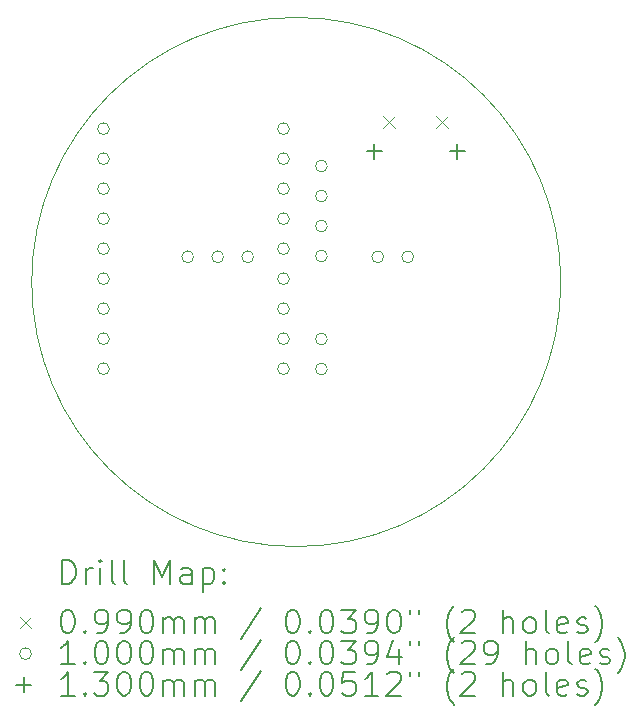
<source format=gbr>
%TF.GenerationSoftware,KiCad,Pcbnew,8.0.6*%
%TF.CreationDate,2024-11-23T11:55:01+01:00*%
%TF.ProjectId,ChristmasTreeBrain,43687269-7374-46d6-9173-547265654272,rev?*%
%TF.SameCoordinates,Original*%
%TF.FileFunction,Drillmap*%
%TF.FilePolarity,Positive*%
%FSLAX45Y45*%
G04 Gerber Fmt 4.5, Leading zero omitted, Abs format (unit mm)*
G04 Created by KiCad (PCBNEW 8.0.6) date 2024-11-23 11:55:01*
%MOMM*%
%LPD*%
G01*
G04 APERTURE LIST*
%ADD10C,0.050000*%
%ADD11C,0.200000*%
%ADD12C,0.100000*%
%ADD13C,0.130000*%
G04 APERTURE END LIST*
D10*
X22246500Y-5921000D02*
G75*
G02*
X17766500Y-5921000I-2240000J0D01*
G01*
X17766500Y-5921000D02*
G75*
G02*
X22246500Y-5921000I2240000J0D01*
G01*
D11*
D12*
X20743500Y-4516500D02*
X20842500Y-4615500D01*
X20842500Y-4516500D02*
X20743500Y-4615500D01*
X21193500Y-4516500D02*
X21292500Y-4615500D01*
X21292500Y-4516500D02*
X21193500Y-4615500D01*
X18424000Y-4624000D02*
G75*
G02*
X18324000Y-4624000I-50000J0D01*
G01*
X18324000Y-4624000D02*
G75*
G02*
X18424000Y-4624000I50000J0D01*
G01*
X18424000Y-4878000D02*
G75*
G02*
X18324000Y-4878000I-50000J0D01*
G01*
X18324000Y-4878000D02*
G75*
G02*
X18424000Y-4878000I50000J0D01*
G01*
X18424000Y-5132000D02*
G75*
G02*
X18324000Y-5132000I-50000J0D01*
G01*
X18324000Y-5132000D02*
G75*
G02*
X18424000Y-5132000I50000J0D01*
G01*
X18424000Y-5386000D02*
G75*
G02*
X18324000Y-5386000I-50000J0D01*
G01*
X18324000Y-5386000D02*
G75*
G02*
X18424000Y-5386000I50000J0D01*
G01*
X18424000Y-5640000D02*
G75*
G02*
X18324000Y-5640000I-50000J0D01*
G01*
X18324000Y-5640000D02*
G75*
G02*
X18424000Y-5640000I50000J0D01*
G01*
X18424000Y-5894000D02*
G75*
G02*
X18324000Y-5894000I-50000J0D01*
G01*
X18324000Y-5894000D02*
G75*
G02*
X18424000Y-5894000I50000J0D01*
G01*
X18424000Y-6148000D02*
G75*
G02*
X18324000Y-6148000I-50000J0D01*
G01*
X18324000Y-6148000D02*
G75*
G02*
X18424000Y-6148000I50000J0D01*
G01*
X18424000Y-6402000D02*
G75*
G02*
X18324000Y-6402000I-50000J0D01*
G01*
X18324000Y-6402000D02*
G75*
G02*
X18424000Y-6402000I50000J0D01*
G01*
X18424000Y-6656000D02*
G75*
G02*
X18324000Y-6656000I-50000J0D01*
G01*
X18324000Y-6656000D02*
G75*
G02*
X18424000Y-6656000I50000J0D01*
G01*
X19137000Y-5708000D02*
G75*
G02*
X19037000Y-5708000I-50000J0D01*
G01*
X19037000Y-5708000D02*
G75*
G02*
X19137000Y-5708000I50000J0D01*
G01*
X19391000Y-5708000D02*
G75*
G02*
X19291000Y-5708000I-50000J0D01*
G01*
X19291000Y-5708000D02*
G75*
G02*
X19391000Y-5708000I50000J0D01*
G01*
X19645000Y-5708000D02*
G75*
G02*
X19545000Y-5708000I-50000J0D01*
G01*
X19545000Y-5708000D02*
G75*
G02*
X19645000Y-5708000I50000J0D01*
G01*
X19948000Y-4624000D02*
G75*
G02*
X19848000Y-4624000I-50000J0D01*
G01*
X19848000Y-4624000D02*
G75*
G02*
X19948000Y-4624000I50000J0D01*
G01*
X19948000Y-4878000D02*
G75*
G02*
X19848000Y-4878000I-50000J0D01*
G01*
X19848000Y-4878000D02*
G75*
G02*
X19948000Y-4878000I50000J0D01*
G01*
X19948000Y-5132000D02*
G75*
G02*
X19848000Y-5132000I-50000J0D01*
G01*
X19848000Y-5132000D02*
G75*
G02*
X19948000Y-5132000I50000J0D01*
G01*
X19948000Y-5386000D02*
G75*
G02*
X19848000Y-5386000I-50000J0D01*
G01*
X19848000Y-5386000D02*
G75*
G02*
X19948000Y-5386000I50000J0D01*
G01*
X19948000Y-5640000D02*
G75*
G02*
X19848000Y-5640000I-50000J0D01*
G01*
X19848000Y-5640000D02*
G75*
G02*
X19948000Y-5640000I50000J0D01*
G01*
X19948000Y-5894000D02*
G75*
G02*
X19848000Y-5894000I-50000J0D01*
G01*
X19848000Y-5894000D02*
G75*
G02*
X19948000Y-5894000I50000J0D01*
G01*
X19948000Y-6148000D02*
G75*
G02*
X19848000Y-6148000I-50000J0D01*
G01*
X19848000Y-6148000D02*
G75*
G02*
X19948000Y-6148000I50000J0D01*
G01*
X19948000Y-6402000D02*
G75*
G02*
X19848000Y-6402000I-50000J0D01*
G01*
X19848000Y-6402000D02*
G75*
G02*
X19948000Y-6402000I50000J0D01*
G01*
X19948000Y-6656000D02*
G75*
G02*
X19848000Y-6656000I-50000J0D01*
G01*
X19848000Y-6656000D02*
G75*
G02*
X19948000Y-6656000I50000J0D01*
G01*
X20268769Y-4939231D02*
G75*
G02*
X20168769Y-4939231I-50000J0D01*
G01*
X20168769Y-4939231D02*
G75*
G02*
X20268769Y-4939231I50000J0D01*
G01*
X20268769Y-5193231D02*
G75*
G02*
X20168769Y-5193231I-50000J0D01*
G01*
X20168769Y-5193231D02*
G75*
G02*
X20268769Y-5193231I50000J0D01*
G01*
X20268769Y-5447231D02*
G75*
G02*
X20168769Y-5447231I-50000J0D01*
G01*
X20168769Y-5447231D02*
G75*
G02*
X20268769Y-5447231I50000J0D01*
G01*
X20268769Y-5701231D02*
G75*
G02*
X20168769Y-5701231I-50000J0D01*
G01*
X20168769Y-5701231D02*
G75*
G02*
X20268769Y-5701231I50000J0D01*
G01*
X20268769Y-6404231D02*
G75*
G02*
X20168769Y-6404231I-50000J0D01*
G01*
X20168769Y-6404231D02*
G75*
G02*
X20268769Y-6404231I50000J0D01*
G01*
X20268769Y-6658231D02*
G75*
G02*
X20168769Y-6658231I-50000J0D01*
G01*
X20168769Y-6658231D02*
G75*
G02*
X20268769Y-6658231I50000J0D01*
G01*
X20746500Y-5708000D02*
G75*
G02*
X20646500Y-5708000I-50000J0D01*
G01*
X20646500Y-5708000D02*
G75*
G02*
X20746500Y-5708000I50000J0D01*
G01*
X21000500Y-5708000D02*
G75*
G02*
X20900500Y-5708000I-50000J0D01*
G01*
X20900500Y-5708000D02*
G75*
G02*
X21000500Y-5708000I50000J0D01*
G01*
D13*
X20668000Y-4750000D02*
X20668000Y-4880000D01*
X20603000Y-4815000D02*
X20733000Y-4815000D01*
X21369000Y-4750000D02*
X21369000Y-4880000D01*
X21304000Y-4815000D02*
X21434000Y-4815000D01*
D11*
X18024777Y-8474984D02*
X18024777Y-8274984D01*
X18024777Y-8274984D02*
X18072396Y-8274984D01*
X18072396Y-8274984D02*
X18100967Y-8284508D01*
X18100967Y-8284508D02*
X18120015Y-8303555D01*
X18120015Y-8303555D02*
X18129539Y-8322603D01*
X18129539Y-8322603D02*
X18139063Y-8360698D01*
X18139063Y-8360698D02*
X18139063Y-8389270D01*
X18139063Y-8389270D02*
X18129539Y-8427365D01*
X18129539Y-8427365D02*
X18120015Y-8446412D01*
X18120015Y-8446412D02*
X18100967Y-8465460D01*
X18100967Y-8465460D02*
X18072396Y-8474984D01*
X18072396Y-8474984D02*
X18024777Y-8474984D01*
X18224777Y-8474984D02*
X18224777Y-8341650D01*
X18224777Y-8379746D02*
X18234301Y-8360698D01*
X18234301Y-8360698D02*
X18243824Y-8351174D01*
X18243824Y-8351174D02*
X18262872Y-8341650D01*
X18262872Y-8341650D02*
X18281920Y-8341650D01*
X18348586Y-8474984D02*
X18348586Y-8341650D01*
X18348586Y-8274984D02*
X18339063Y-8284508D01*
X18339063Y-8284508D02*
X18348586Y-8294031D01*
X18348586Y-8294031D02*
X18358110Y-8284508D01*
X18358110Y-8284508D02*
X18348586Y-8274984D01*
X18348586Y-8274984D02*
X18348586Y-8294031D01*
X18472396Y-8474984D02*
X18453348Y-8465460D01*
X18453348Y-8465460D02*
X18443824Y-8446412D01*
X18443824Y-8446412D02*
X18443824Y-8274984D01*
X18577158Y-8474984D02*
X18558110Y-8465460D01*
X18558110Y-8465460D02*
X18548586Y-8446412D01*
X18548586Y-8446412D02*
X18548586Y-8274984D01*
X18805729Y-8474984D02*
X18805729Y-8274984D01*
X18805729Y-8274984D02*
X18872396Y-8417841D01*
X18872396Y-8417841D02*
X18939063Y-8274984D01*
X18939063Y-8274984D02*
X18939063Y-8474984D01*
X19120015Y-8474984D02*
X19120015Y-8370222D01*
X19120015Y-8370222D02*
X19110491Y-8351174D01*
X19110491Y-8351174D02*
X19091444Y-8341650D01*
X19091444Y-8341650D02*
X19053348Y-8341650D01*
X19053348Y-8341650D02*
X19034301Y-8351174D01*
X19120015Y-8465460D02*
X19100967Y-8474984D01*
X19100967Y-8474984D02*
X19053348Y-8474984D01*
X19053348Y-8474984D02*
X19034301Y-8465460D01*
X19034301Y-8465460D02*
X19024777Y-8446412D01*
X19024777Y-8446412D02*
X19024777Y-8427365D01*
X19024777Y-8427365D02*
X19034301Y-8408317D01*
X19034301Y-8408317D02*
X19053348Y-8398793D01*
X19053348Y-8398793D02*
X19100967Y-8398793D01*
X19100967Y-8398793D02*
X19120015Y-8389270D01*
X19215253Y-8341650D02*
X19215253Y-8541650D01*
X19215253Y-8351174D02*
X19234301Y-8341650D01*
X19234301Y-8341650D02*
X19272396Y-8341650D01*
X19272396Y-8341650D02*
X19291444Y-8351174D01*
X19291444Y-8351174D02*
X19300967Y-8360698D01*
X19300967Y-8360698D02*
X19310491Y-8379746D01*
X19310491Y-8379746D02*
X19310491Y-8436889D01*
X19310491Y-8436889D02*
X19300967Y-8455936D01*
X19300967Y-8455936D02*
X19291444Y-8465460D01*
X19291444Y-8465460D02*
X19272396Y-8474984D01*
X19272396Y-8474984D02*
X19234301Y-8474984D01*
X19234301Y-8474984D02*
X19215253Y-8465460D01*
X19396205Y-8455936D02*
X19405729Y-8465460D01*
X19405729Y-8465460D02*
X19396205Y-8474984D01*
X19396205Y-8474984D02*
X19386682Y-8465460D01*
X19386682Y-8465460D02*
X19396205Y-8455936D01*
X19396205Y-8455936D02*
X19396205Y-8474984D01*
X19396205Y-8351174D02*
X19405729Y-8360698D01*
X19405729Y-8360698D02*
X19396205Y-8370222D01*
X19396205Y-8370222D02*
X19386682Y-8360698D01*
X19386682Y-8360698D02*
X19396205Y-8351174D01*
X19396205Y-8351174D02*
X19396205Y-8370222D01*
D12*
X17665000Y-8754000D02*
X17764000Y-8853000D01*
X17764000Y-8754000D02*
X17665000Y-8853000D01*
D11*
X18062872Y-8694984D02*
X18081920Y-8694984D01*
X18081920Y-8694984D02*
X18100967Y-8704508D01*
X18100967Y-8704508D02*
X18110491Y-8714031D01*
X18110491Y-8714031D02*
X18120015Y-8733079D01*
X18120015Y-8733079D02*
X18129539Y-8771174D01*
X18129539Y-8771174D02*
X18129539Y-8818793D01*
X18129539Y-8818793D02*
X18120015Y-8856889D01*
X18120015Y-8856889D02*
X18110491Y-8875936D01*
X18110491Y-8875936D02*
X18100967Y-8885460D01*
X18100967Y-8885460D02*
X18081920Y-8894984D01*
X18081920Y-8894984D02*
X18062872Y-8894984D01*
X18062872Y-8894984D02*
X18043824Y-8885460D01*
X18043824Y-8885460D02*
X18034301Y-8875936D01*
X18034301Y-8875936D02*
X18024777Y-8856889D01*
X18024777Y-8856889D02*
X18015253Y-8818793D01*
X18015253Y-8818793D02*
X18015253Y-8771174D01*
X18015253Y-8771174D02*
X18024777Y-8733079D01*
X18024777Y-8733079D02*
X18034301Y-8714031D01*
X18034301Y-8714031D02*
X18043824Y-8704508D01*
X18043824Y-8704508D02*
X18062872Y-8694984D01*
X18215253Y-8875936D02*
X18224777Y-8885460D01*
X18224777Y-8885460D02*
X18215253Y-8894984D01*
X18215253Y-8894984D02*
X18205729Y-8885460D01*
X18205729Y-8885460D02*
X18215253Y-8875936D01*
X18215253Y-8875936D02*
X18215253Y-8894984D01*
X18320015Y-8894984D02*
X18358110Y-8894984D01*
X18358110Y-8894984D02*
X18377158Y-8885460D01*
X18377158Y-8885460D02*
X18386682Y-8875936D01*
X18386682Y-8875936D02*
X18405729Y-8847365D01*
X18405729Y-8847365D02*
X18415253Y-8809270D01*
X18415253Y-8809270D02*
X18415253Y-8733079D01*
X18415253Y-8733079D02*
X18405729Y-8714031D01*
X18405729Y-8714031D02*
X18396205Y-8704508D01*
X18396205Y-8704508D02*
X18377158Y-8694984D01*
X18377158Y-8694984D02*
X18339063Y-8694984D01*
X18339063Y-8694984D02*
X18320015Y-8704508D01*
X18320015Y-8704508D02*
X18310491Y-8714031D01*
X18310491Y-8714031D02*
X18300967Y-8733079D01*
X18300967Y-8733079D02*
X18300967Y-8780698D01*
X18300967Y-8780698D02*
X18310491Y-8799746D01*
X18310491Y-8799746D02*
X18320015Y-8809270D01*
X18320015Y-8809270D02*
X18339063Y-8818793D01*
X18339063Y-8818793D02*
X18377158Y-8818793D01*
X18377158Y-8818793D02*
X18396205Y-8809270D01*
X18396205Y-8809270D02*
X18405729Y-8799746D01*
X18405729Y-8799746D02*
X18415253Y-8780698D01*
X18510491Y-8894984D02*
X18548586Y-8894984D01*
X18548586Y-8894984D02*
X18567634Y-8885460D01*
X18567634Y-8885460D02*
X18577158Y-8875936D01*
X18577158Y-8875936D02*
X18596205Y-8847365D01*
X18596205Y-8847365D02*
X18605729Y-8809270D01*
X18605729Y-8809270D02*
X18605729Y-8733079D01*
X18605729Y-8733079D02*
X18596205Y-8714031D01*
X18596205Y-8714031D02*
X18586682Y-8704508D01*
X18586682Y-8704508D02*
X18567634Y-8694984D01*
X18567634Y-8694984D02*
X18529539Y-8694984D01*
X18529539Y-8694984D02*
X18510491Y-8704508D01*
X18510491Y-8704508D02*
X18500967Y-8714031D01*
X18500967Y-8714031D02*
X18491444Y-8733079D01*
X18491444Y-8733079D02*
X18491444Y-8780698D01*
X18491444Y-8780698D02*
X18500967Y-8799746D01*
X18500967Y-8799746D02*
X18510491Y-8809270D01*
X18510491Y-8809270D02*
X18529539Y-8818793D01*
X18529539Y-8818793D02*
X18567634Y-8818793D01*
X18567634Y-8818793D02*
X18586682Y-8809270D01*
X18586682Y-8809270D02*
X18596205Y-8799746D01*
X18596205Y-8799746D02*
X18605729Y-8780698D01*
X18729539Y-8694984D02*
X18748586Y-8694984D01*
X18748586Y-8694984D02*
X18767634Y-8704508D01*
X18767634Y-8704508D02*
X18777158Y-8714031D01*
X18777158Y-8714031D02*
X18786682Y-8733079D01*
X18786682Y-8733079D02*
X18796205Y-8771174D01*
X18796205Y-8771174D02*
X18796205Y-8818793D01*
X18796205Y-8818793D02*
X18786682Y-8856889D01*
X18786682Y-8856889D02*
X18777158Y-8875936D01*
X18777158Y-8875936D02*
X18767634Y-8885460D01*
X18767634Y-8885460D02*
X18748586Y-8894984D01*
X18748586Y-8894984D02*
X18729539Y-8894984D01*
X18729539Y-8894984D02*
X18710491Y-8885460D01*
X18710491Y-8885460D02*
X18700967Y-8875936D01*
X18700967Y-8875936D02*
X18691444Y-8856889D01*
X18691444Y-8856889D02*
X18681920Y-8818793D01*
X18681920Y-8818793D02*
X18681920Y-8771174D01*
X18681920Y-8771174D02*
X18691444Y-8733079D01*
X18691444Y-8733079D02*
X18700967Y-8714031D01*
X18700967Y-8714031D02*
X18710491Y-8704508D01*
X18710491Y-8704508D02*
X18729539Y-8694984D01*
X18881920Y-8894984D02*
X18881920Y-8761650D01*
X18881920Y-8780698D02*
X18891444Y-8771174D01*
X18891444Y-8771174D02*
X18910491Y-8761650D01*
X18910491Y-8761650D02*
X18939063Y-8761650D01*
X18939063Y-8761650D02*
X18958110Y-8771174D01*
X18958110Y-8771174D02*
X18967634Y-8790222D01*
X18967634Y-8790222D02*
X18967634Y-8894984D01*
X18967634Y-8790222D02*
X18977158Y-8771174D01*
X18977158Y-8771174D02*
X18996205Y-8761650D01*
X18996205Y-8761650D02*
X19024777Y-8761650D01*
X19024777Y-8761650D02*
X19043825Y-8771174D01*
X19043825Y-8771174D02*
X19053348Y-8790222D01*
X19053348Y-8790222D02*
X19053348Y-8894984D01*
X19148586Y-8894984D02*
X19148586Y-8761650D01*
X19148586Y-8780698D02*
X19158110Y-8771174D01*
X19158110Y-8771174D02*
X19177158Y-8761650D01*
X19177158Y-8761650D02*
X19205729Y-8761650D01*
X19205729Y-8761650D02*
X19224777Y-8771174D01*
X19224777Y-8771174D02*
X19234301Y-8790222D01*
X19234301Y-8790222D02*
X19234301Y-8894984D01*
X19234301Y-8790222D02*
X19243825Y-8771174D01*
X19243825Y-8771174D02*
X19262872Y-8761650D01*
X19262872Y-8761650D02*
X19291444Y-8761650D01*
X19291444Y-8761650D02*
X19310491Y-8771174D01*
X19310491Y-8771174D02*
X19320015Y-8790222D01*
X19320015Y-8790222D02*
X19320015Y-8894984D01*
X19710491Y-8685460D02*
X19539063Y-8942603D01*
X19967634Y-8694984D02*
X19986682Y-8694984D01*
X19986682Y-8694984D02*
X20005729Y-8704508D01*
X20005729Y-8704508D02*
X20015253Y-8714031D01*
X20015253Y-8714031D02*
X20024777Y-8733079D01*
X20024777Y-8733079D02*
X20034301Y-8771174D01*
X20034301Y-8771174D02*
X20034301Y-8818793D01*
X20034301Y-8818793D02*
X20024777Y-8856889D01*
X20024777Y-8856889D02*
X20015253Y-8875936D01*
X20015253Y-8875936D02*
X20005729Y-8885460D01*
X20005729Y-8885460D02*
X19986682Y-8894984D01*
X19986682Y-8894984D02*
X19967634Y-8894984D01*
X19967634Y-8894984D02*
X19948587Y-8885460D01*
X19948587Y-8885460D02*
X19939063Y-8875936D01*
X19939063Y-8875936D02*
X19929539Y-8856889D01*
X19929539Y-8856889D02*
X19920015Y-8818793D01*
X19920015Y-8818793D02*
X19920015Y-8771174D01*
X19920015Y-8771174D02*
X19929539Y-8733079D01*
X19929539Y-8733079D02*
X19939063Y-8714031D01*
X19939063Y-8714031D02*
X19948587Y-8704508D01*
X19948587Y-8704508D02*
X19967634Y-8694984D01*
X20120015Y-8875936D02*
X20129539Y-8885460D01*
X20129539Y-8885460D02*
X20120015Y-8894984D01*
X20120015Y-8894984D02*
X20110491Y-8885460D01*
X20110491Y-8885460D02*
X20120015Y-8875936D01*
X20120015Y-8875936D02*
X20120015Y-8894984D01*
X20253348Y-8694984D02*
X20272396Y-8694984D01*
X20272396Y-8694984D02*
X20291444Y-8704508D01*
X20291444Y-8704508D02*
X20300968Y-8714031D01*
X20300968Y-8714031D02*
X20310491Y-8733079D01*
X20310491Y-8733079D02*
X20320015Y-8771174D01*
X20320015Y-8771174D02*
X20320015Y-8818793D01*
X20320015Y-8818793D02*
X20310491Y-8856889D01*
X20310491Y-8856889D02*
X20300968Y-8875936D01*
X20300968Y-8875936D02*
X20291444Y-8885460D01*
X20291444Y-8885460D02*
X20272396Y-8894984D01*
X20272396Y-8894984D02*
X20253348Y-8894984D01*
X20253348Y-8894984D02*
X20234301Y-8885460D01*
X20234301Y-8885460D02*
X20224777Y-8875936D01*
X20224777Y-8875936D02*
X20215253Y-8856889D01*
X20215253Y-8856889D02*
X20205729Y-8818793D01*
X20205729Y-8818793D02*
X20205729Y-8771174D01*
X20205729Y-8771174D02*
X20215253Y-8733079D01*
X20215253Y-8733079D02*
X20224777Y-8714031D01*
X20224777Y-8714031D02*
X20234301Y-8704508D01*
X20234301Y-8704508D02*
X20253348Y-8694984D01*
X20386682Y-8694984D02*
X20510491Y-8694984D01*
X20510491Y-8694984D02*
X20443825Y-8771174D01*
X20443825Y-8771174D02*
X20472396Y-8771174D01*
X20472396Y-8771174D02*
X20491444Y-8780698D01*
X20491444Y-8780698D02*
X20500968Y-8790222D01*
X20500968Y-8790222D02*
X20510491Y-8809270D01*
X20510491Y-8809270D02*
X20510491Y-8856889D01*
X20510491Y-8856889D02*
X20500968Y-8875936D01*
X20500968Y-8875936D02*
X20491444Y-8885460D01*
X20491444Y-8885460D02*
X20472396Y-8894984D01*
X20472396Y-8894984D02*
X20415253Y-8894984D01*
X20415253Y-8894984D02*
X20396206Y-8885460D01*
X20396206Y-8885460D02*
X20386682Y-8875936D01*
X20605729Y-8894984D02*
X20643825Y-8894984D01*
X20643825Y-8894984D02*
X20662872Y-8885460D01*
X20662872Y-8885460D02*
X20672396Y-8875936D01*
X20672396Y-8875936D02*
X20691444Y-8847365D01*
X20691444Y-8847365D02*
X20700968Y-8809270D01*
X20700968Y-8809270D02*
X20700968Y-8733079D01*
X20700968Y-8733079D02*
X20691444Y-8714031D01*
X20691444Y-8714031D02*
X20681920Y-8704508D01*
X20681920Y-8704508D02*
X20662872Y-8694984D01*
X20662872Y-8694984D02*
X20624777Y-8694984D01*
X20624777Y-8694984D02*
X20605729Y-8704508D01*
X20605729Y-8704508D02*
X20596206Y-8714031D01*
X20596206Y-8714031D02*
X20586682Y-8733079D01*
X20586682Y-8733079D02*
X20586682Y-8780698D01*
X20586682Y-8780698D02*
X20596206Y-8799746D01*
X20596206Y-8799746D02*
X20605729Y-8809270D01*
X20605729Y-8809270D02*
X20624777Y-8818793D01*
X20624777Y-8818793D02*
X20662872Y-8818793D01*
X20662872Y-8818793D02*
X20681920Y-8809270D01*
X20681920Y-8809270D02*
X20691444Y-8799746D01*
X20691444Y-8799746D02*
X20700968Y-8780698D01*
X20824777Y-8694984D02*
X20843825Y-8694984D01*
X20843825Y-8694984D02*
X20862872Y-8704508D01*
X20862872Y-8704508D02*
X20872396Y-8714031D01*
X20872396Y-8714031D02*
X20881920Y-8733079D01*
X20881920Y-8733079D02*
X20891444Y-8771174D01*
X20891444Y-8771174D02*
X20891444Y-8818793D01*
X20891444Y-8818793D02*
X20881920Y-8856889D01*
X20881920Y-8856889D02*
X20872396Y-8875936D01*
X20872396Y-8875936D02*
X20862872Y-8885460D01*
X20862872Y-8885460D02*
X20843825Y-8894984D01*
X20843825Y-8894984D02*
X20824777Y-8894984D01*
X20824777Y-8894984D02*
X20805729Y-8885460D01*
X20805729Y-8885460D02*
X20796206Y-8875936D01*
X20796206Y-8875936D02*
X20786682Y-8856889D01*
X20786682Y-8856889D02*
X20777158Y-8818793D01*
X20777158Y-8818793D02*
X20777158Y-8771174D01*
X20777158Y-8771174D02*
X20786682Y-8733079D01*
X20786682Y-8733079D02*
X20796206Y-8714031D01*
X20796206Y-8714031D02*
X20805729Y-8704508D01*
X20805729Y-8704508D02*
X20824777Y-8694984D01*
X20967634Y-8694984D02*
X20967634Y-8733079D01*
X21043825Y-8694984D02*
X21043825Y-8733079D01*
X21339063Y-8971174D02*
X21329539Y-8961650D01*
X21329539Y-8961650D02*
X21310491Y-8933079D01*
X21310491Y-8933079D02*
X21300968Y-8914031D01*
X21300968Y-8914031D02*
X21291444Y-8885460D01*
X21291444Y-8885460D02*
X21281920Y-8837841D01*
X21281920Y-8837841D02*
X21281920Y-8799746D01*
X21281920Y-8799746D02*
X21291444Y-8752127D01*
X21291444Y-8752127D02*
X21300968Y-8723555D01*
X21300968Y-8723555D02*
X21310491Y-8704508D01*
X21310491Y-8704508D02*
X21329539Y-8675936D01*
X21329539Y-8675936D02*
X21339063Y-8666412D01*
X21405730Y-8714031D02*
X21415253Y-8704508D01*
X21415253Y-8704508D02*
X21434301Y-8694984D01*
X21434301Y-8694984D02*
X21481920Y-8694984D01*
X21481920Y-8694984D02*
X21500968Y-8704508D01*
X21500968Y-8704508D02*
X21510491Y-8714031D01*
X21510491Y-8714031D02*
X21520015Y-8733079D01*
X21520015Y-8733079D02*
X21520015Y-8752127D01*
X21520015Y-8752127D02*
X21510491Y-8780698D01*
X21510491Y-8780698D02*
X21396206Y-8894984D01*
X21396206Y-8894984D02*
X21520015Y-8894984D01*
X21758111Y-8894984D02*
X21758111Y-8694984D01*
X21843825Y-8894984D02*
X21843825Y-8790222D01*
X21843825Y-8790222D02*
X21834301Y-8771174D01*
X21834301Y-8771174D02*
X21815253Y-8761650D01*
X21815253Y-8761650D02*
X21786682Y-8761650D01*
X21786682Y-8761650D02*
X21767634Y-8771174D01*
X21767634Y-8771174D02*
X21758111Y-8780698D01*
X21967634Y-8894984D02*
X21948587Y-8885460D01*
X21948587Y-8885460D02*
X21939063Y-8875936D01*
X21939063Y-8875936D02*
X21929539Y-8856889D01*
X21929539Y-8856889D02*
X21929539Y-8799746D01*
X21929539Y-8799746D02*
X21939063Y-8780698D01*
X21939063Y-8780698D02*
X21948587Y-8771174D01*
X21948587Y-8771174D02*
X21967634Y-8761650D01*
X21967634Y-8761650D02*
X21996206Y-8761650D01*
X21996206Y-8761650D02*
X22015253Y-8771174D01*
X22015253Y-8771174D02*
X22024777Y-8780698D01*
X22024777Y-8780698D02*
X22034301Y-8799746D01*
X22034301Y-8799746D02*
X22034301Y-8856889D01*
X22034301Y-8856889D02*
X22024777Y-8875936D01*
X22024777Y-8875936D02*
X22015253Y-8885460D01*
X22015253Y-8885460D02*
X21996206Y-8894984D01*
X21996206Y-8894984D02*
X21967634Y-8894984D01*
X22148587Y-8894984D02*
X22129539Y-8885460D01*
X22129539Y-8885460D02*
X22120015Y-8866412D01*
X22120015Y-8866412D02*
X22120015Y-8694984D01*
X22300968Y-8885460D02*
X22281920Y-8894984D01*
X22281920Y-8894984D02*
X22243825Y-8894984D01*
X22243825Y-8894984D02*
X22224777Y-8885460D01*
X22224777Y-8885460D02*
X22215253Y-8866412D01*
X22215253Y-8866412D02*
X22215253Y-8790222D01*
X22215253Y-8790222D02*
X22224777Y-8771174D01*
X22224777Y-8771174D02*
X22243825Y-8761650D01*
X22243825Y-8761650D02*
X22281920Y-8761650D01*
X22281920Y-8761650D02*
X22300968Y-8771174D01*
X22300968Y-8771174D02*
X22310492Y-8790222D01*
X22310492Y-8790222D02*
X22310492Y-8809270D01*
X22310492Y-8809270D02*
X22215253Y-8828317D01*
X22386682Y-8885460D02*
X22405730Y-8894984D01*
X22405730Y-8894984D02*
X22443825Y-8894984D01*
X22443825Y-8894984D02*
X22462872Y-8885460D01*
X22462872Y-8885460D02*
X22472396Y-8866412D01*
X22472396Y-8866412D02*
X22472396Y-8856889D01*
X22472396Y-8856889D02*
X22462872Y-8837841D01*
X22462872Y-8837841D02*
X22443825Y-8828317D01*
X22443825Y-8828317D02*
X22415253Y-8828317D01*
X22415253Y-8828317D02*
X22396206Y-8818793D01*
X22396206Y-8818793D02*
X22386682Y-8799746D01*
X22386682Y-8799746D02*
X22386682Y-8790222D01*
X22386682Y-8790222D02*
X22396206Y-8771174D01*
X22396206Y-8771174D02*
X22415253Y-8761650D01*
X22415253Y-8761650D02*
X22443825Y-8761650D01*
X22443825Y-8761650D02*
X22462872Y-8771174D01*
X22539063Y-8971174D02*
X22548587Y-8961650D01*
X22548587Y-8961650D02*
X22567634Y-8933079D01*
X22567634Y-8933079D02*
X22577158Y-8914031D01*
X22577158Y-8914031D02*
X22586682Y-8885460D01*
X22586682Y-8885460D02*
X22596206Y-8837841D01*
X22596206Y-8837841D02*
X22596206Y-8799746D01*
X22596206Y-8799746D02*
X22586682Y-8752127D01*
X22586682Y-8752127D02*
X22577158Y-8723555D01*
X22577158Y-8723555D02*
X22567634Y-8704508D01*
X22567634Y-8704508D02*
X22548587Y-8675936D01*
X22548587Y-8675936D02*
X22539063Y-8666412D01*
D12*
X17764000Y-9067500D02*
G75*
G02*
X17664000Y-9067500I-50000J0D01*
G01*
X17664000Y-9067500D02*
G75*
G02*
X17764000Y-9067500I50000J0D01*
G01*
D11*
X18129539Y-9158984D02*
X18015253Y-9158984D01*
X18072396Y-9158984D02*
X18072396Y-8958984D01*
X18072396Y-8958984D02*
X18053348Y-8987555D01*
X18053348Y-8987555D02*
X18034301Y-9006603D01*
X18034301Y-9006603D02*
X18015253Y-9016127D01*
X18215253Y-9139936D02*
X18224777Y-9149460D01*
X18224777Y-9149460D02*
X18215253Y-9158984D01*
X18215253Y-9158984D02*
X18205729Y-9149460D01*
X18205729Y-9149460D02*
X18215253Y-9139936D01*
X18215253Y-9139936D02*
X18215253Y-9158984D01*
X18348586Y-8958984D02*
X18367634Y-8958984D01*
X18367634Y-8958984D02*
X18386682Y-8968508D01*
X18386682Y-8968508D02*
X18396205Y-8978031D01*
X18396205Y-8978031D02*
X18405729Y-8997079D01*
X18405729Y-8997079D02*
X18415253Y-9035174D01*
X18415253Y-9035174D02*
X18415253Y-9082793D01*
X18415253Y-9082793D02*
X18405729Y-9120889D01*
X18405729Y-9120889D02*
X18396205Y-9139936D01*
X18396205Y-9139936D02*
X18386682Y-9149460D01*
X18386682Y-9149460D02*
X18367634Y-9158984D01*
X18367634Y-9158984D02*
X18348586Y-9158984D01*
X18348586Y-9158984D02*
X18329539Y-9149460D01*
X18329539Y-9149460D02*
X18320015Y-9139936D01*
X18320015Y-9139936D02*
X18310491Y-9120889D01*
X18310491Y-9120889D02*
X18300967Y-9082793D01*
X18300967Y-9082793D02*
X18300967Y-9035174D01*
X18300967Y-9035174D02*
X18310491Y-8997079D01*
X18310491Y-8997079D02*
X18320015Y-8978031D01*
X18320015Y-8978031D02*
X18329539Y-8968508D01*
X18329539Y-8968508D02*
X18348586Y-8958984D01*
X18539063Y-8958984D02*
X18558110Y-8958984D01*
X18558110Y-8958984D02*
X18577158Y-8968508D01*
X18577158Y-8968508D02*
X18586682Y-8978031D01*
X18586682Y-8978031D02*
X18596205Y-8997079D01*
X18596205Y-8997079D02*
X18605729Y-9035174D01*
X18605729Y-9035174D02*
X18605729Y-9082793D01*
X18605729Y-9082793D02*
X18596205Y-9120889D01*
X18596205Y-9120889D02*
X18586682Y-9139936D01*
X18586682Y-9139936D02*
X18577158Y-9149460D01*
X18577158Y-9149460D02*
X18558110Y-9158984D01*
X18558110Y-9158984D02*
X18539063Y-9158984D01*
X18539063Y-9158984D02*
X18520015Y-9149460D01*
X18520015Y-9149460D02*
X18510491Y-9139936D01*
X18510491Y-9139936D02*
X18500967Y-9120889D01*
X18500967Y-9120889D02*
X18491444Y-9082793D01*
X18491444Y-9082793D02*
X18491444Y-9035174D01*
X18491444Y-9035174D02*
X18500967Y-8997079D01*
X18500967Y-8997079D02*
X18510491Y-8978031D01*
X18510491Y-8978031D02*
X18520015Y-8968508D01*
X18520015Y-8968508D02*
X18539063Y-8958984D01*
X18729539Y-8958984D02*
X18748586Y-8958984D01*
X18748586Y-8958984D02*
X18767634Y-8968508D01*
X18767634Y-8968508D02*
X18777158Y-8978031D01*
X18777158Y-8978031D02*
X18786682Y-8997079D01*
X18786682Y-8997079D02*
X18796205Y-9035174D01*
X18796205Y-9035174D02*
X18796205Y-9082793D01*
X18796205Y-9082793D02*
X18786682Y-9120889D01*
X18786682Y-9120889D02*
X18777158Y-9139936D01*
X18777158Y-9139936D02*
X18767634Y-9149460D01*
X18767634Y-9149460D02*
X18748586Y-9158984D01*
X18748586Y-9158984D02*
X18729539Y-9158984D01*
X18729539Y-9158984D02*
X18710491Y-9149460D01*
X18710491Y-9149460D02*
X18700967Y-9139936D01*
X18700967Y-9139936D02*
X18691444Y-9120889D01*
X18691444Y-9120889D02*
X18681920Y-9082793D01*
X18681920Y-9082793D02*
X18681920Y-9035174D01*
X18681920Y-9035174D02*
X18691444Y-8997079D01*
X18691444Y-8997079D02*
X18700967Y-8978031D01*
X18700967Y-8978031D02*
X18710491Y-8968508D01*
X18710491Y-8968508D02*
X18729539Y-8958984D01*
X18881920Y-9158984D02*
X18881920Y-9025650D01*
X18881920Y-9044698D02*
X18891444Y-9035174D01*
X18891444Y-9035174D02*
X18910491Y-9025650D01*
X18910491Y-9025650D02*
X18939063Y-9025650D01*
X18939063Y-9025650D02*
X18958110Y-9035174D01*
X18958110Y-9035174D02*
X18967634Y-9054222D01*
X18967634Y-9054222D02*
X18967634Y-9158984D01*
X18967634Y-9054222D02*
X18977158Y-9035174D01*
X18977158Y-9035174D02*
X18996205Y-9025650D01*
X18996205Y-9025650D02*
X19024777Y-9025650D01*
X19024777Y-9025650D02*
X19043825Y-9035174D01*
X19043825Y-9035174D02*
X19053348Y-9054222D01*
X19053348Y-9054222D02*
X19053348Y-9158984D01*
X19148586Y-9158984D02*
X19148586Y-9025650D01*
X19148586Y-9044698D02*
X19158110Y-9035174D01*
X19158110Y-9035174D02*
X19177158Y-9025650D01*
X19177158Y-9025650D02*
X19205729Y-9025650D01*
X19205729Y-9025650D02*
X19224777Y-9035174D01*
X19224777Y-9035174D02*
X19234301Y-9054222D01*
X19234301Y-9054222D02*
X19234301Y-9158984D01*
X19234301Y-9054222D02*
X19243825Y-9035174D01*
X19243825Y-9035174D02*
X19262872Y-9025650D01*
X19262872Y-9025650D02*
X19291444Y-9025650D01*
X19291444Y-9025650D02*
X19310491Y-9035174D01*
X19310491Y-9035174D02*
X19320015Y-9054222D01*
X19320015Y-9054222D02*
X19320015Y-9158984D01*
X19710491Y-8949460D02*
X19539063Y-9206603D01*
X19967634Y-8958984D02*
X19986682Y-8958984D01*
X19986682Y-8958984D02*
X20005729Y-8968508D01*
X20005729Y-8968508D02*
X20015253Y-8978031D01*
X20015253Y-8978031D02*
X20024777Y-8997079D01*
X20024777Y-8997079D02*
X20034301Y-9035174D01*
X20034301Y-9035174D02*
X20034301Y-9082793D01*
X20034301Y-9082793D02*
X20024777Y-9120889D01*
X20024777Y-9120889D02*
X20015253Y-9139936D01*
X20015253Y-9139936D02*
X20005729Y-9149460D01*
X20005729Y-9149460D02*
X19986682Y-9158984D01*
X19986682Y-9158984D02*
X19967634Y-9158984D01*
X19967634Y-9158984D02*
X19948587Y-9149460D01*
X19948587Y-9149460D02*
X19939063Y-9139936D01*
X19939063Y-9139936D02*
X19929539Y-9120889D01*
X19929539Y-9120889D02*
X19920015Y-9082793D01*
X19920015Y-9082793D02*
X19920015Y-9035174D01*
X19920015Y-9035174D02*
X19929539Y-8997079D01*
X19929539Y-8997079D02*
X19939063Y-8978031D01*
X19939063Y-8978031D02*
X19948587Y-8968508D01*
X19948587Y-8968508D02*
X19967634Y-8958984D01*
X20120015Y-9139936D02*
X20129539Y-9149460D01*
X20129539Y-9149460D02*
X20120015Y-9158984D01*
X20120015Y-9158984D02*
X20110491Y-9149460D01*
X20110491Y-9149460D02*
X20120015Y-9139936D01*
X20120015Y-9139936D02*
X20120015Y-9158984D01*
X20253348Y-8958984D02*
X20272396Y-8958984D01*
X20272396Y-8958984D02*
X20291444Y-8968508D01*
X20291444Y-8968508D02*
X20300968Y-8978031D01*
X20300968Y-8978031D02*
X20310491Y-8997079D01*
X20310491Y-8997079D02*
X20320015Y-9035174D01*
X20320015Y-9035174D02*
X20320015Y-9082793D01*
X20320015Y-9082793D02*
X20310491Y-9120889D01*
X20310491Y-9120889D02*
X20300968Y-9139936D01*
X20300968Y-9139936D02*
X20291444Y-9149460D01*
X20291444Y-9149460D02*
X20272396Y-9158984D01*
X20272396Y-9158984D02*
X20253348Y-9158984D01*
X20253348Y-9158984D02*
X20234301Y-9149460D01*
X20234301Y-9149460D02*
X20224777Y-9139936D01*
X20224777Y-9139936D02*
X20215253Y-9120889D01*
X20215253Y-9120889D02*
X20205729Y-9082793D01*
X20205729Y-9082793D02*
X20205729Y-9035174D01*
X20205729Y-9035174D02*
X20215253Y-8997079D01*
X20215253Y-8997079D02*
X20224777Y-8978031D01*
X20224777Y-8978031D02*
X20234301Y-8968508D01*
X20234301Y-8968508D02*
X20253348Y-8958984D01*
X20386682Y-8958984D02*
X20510491Y-8958984D01*
X20510491Y-8958984D02*
X20443825Y-9035174D01*
X20443825Y-9035174D02*
X20472396Y-9035174D01*
X20472396Y-9035174D02*
X20491444Y-9044698D01*
X20491444Y-9044698D02*
X20500968Y-9054222D01*
X20500968Y-9054222D02*
X20510491Y-9073270D01*
X20510491Y-9073270D02*
X20510491Y-9120889D01*
X20510491Y-9120889D02*
X20500968Y-9139936D01*
X20500968Y-9139936D02*
X20491444Y-9149460D01*
X20491444Y-9149460D02*
X20472396Y-9158984D01*
X20472396Y-9158984D02*
X20415253Y-9158984D01*
X20415253Y-9158984D02*
X20396206Y-9149460D01*
X20396206Y-9149460D02*
X20386682Y-9139936D01*
X20605729Y-9158984D02*
X20643825Y-9158984D01*
X20643825Y-9158984D02*
X20662872Y-9149460D01*
X20662872Y-9149460D02*
X20672396Y-9139936D01*
X20672396Y-9139936D02*
X20691444Y-9111365D01*
X20691444Y-9111365D02*
X20700968Y-9073270D01*
X20700968Y-9073270D02*
X20700968Y-8997079D01*
X20700968Y-8997079D02*
X20691444Y-8978031D01*
X20691444Y-8978031D02*
X20681920Y-8968508D01*
X20681920Y-8968508D02*
X20662872Y-8958984D01*
X20662872Y-8958984D02*
X20624777Y-8958984D01*
X20624777Y-8958984D02*
X20605729Y-8968508D01*
X20605729Y-8968508D02*
X20596206Y-8978031D01*
X20596206Y-8978031D02*
X20586682Y-8997079D01*
X20586682Y-8997079D02*
X20586682Y-9044698D01*
X20586682Y-9044698D02*
X20596206Y-9063746D01*
X20596206Y-9063746D02*
X20605729Y-9073270D01*
X20605729Y-9073270D02*
X20624777Y-9082793D01*
X20624777Y-9082793D02*
X20662872Y-9082793D01*
X20662872Y-9082793D02*
X20681920Y-9073270D01*
X20681920Y-9073270D02*
X20691444Y-9063746D01*
X20691444Y-9063746D02*
X20700968Y-9044698D01*
X20872396Y-9025650D02*
X20872396Y-9158984D01*
X20824777Y-8949460D02*
X20777158Y-9092317D01*
X20777158Y-9092317D02*
X20900968Y-9092317D01*
X20967634Y-8958984D02*
X20967634Y-8997079D01*
X21043825Y-8958984D02*
X21043825Y-8997079D01*
X21339063Y-9235174D02*
X21329539Y-9225650D01*
X21329539Y-9225650D02*
X21310491Y-9197079D01*
X21310491Y-9197079D02*
X21300968Y-9178031D01*
X21300968Y-9178031D02*
X21291444Y-9149460D01*
X21291444Y-9149460D02*
X21281920Y-9101841D01*
X21281920Y-9101841D02*
X21281920Y-9063746D01*
X21281920Y-9063746D02*
X21291444Y-9016127D01*
X21291444Y-9016127D02*
X21300968Y-8987555D01*
X21300968Y-8987555D02*
X21310491Y-8968508D01*
X21310491Y-8968508D02*
X21329539Y-8939936D01*
X21329539Y-8939936D02*
X21339063Y-8930412D01*
X21405730Y-8978031D02*
X21415253Y-8968508D01*
X21415253Y-8968508D02*
X21434301Y-8958984D01*
X21434301Y-8958984D02*
X21481920Y-8958984D01*
X21481920Y-8958984D02*
X21500968Y-8968508D01*
X21500968Y-8968508D02*
X21510491Y-8978031D01*
X21510491Y-8978031D02*
X21520015Y-8997079D01*
X21520015Y-8997079D02*
X21520015Y-9016127D01*
X21520015Y-9016127D02*
X21510491Y-9044698D01*
X21510491Y-9044698D02*
X21396206Y-9158984D01*
X21396206Y-9158984D02*
X21520015Y-9158984D01*
X21615253Y-9158984D02*
X21653349Y-9158984D01*
X21653349Y-9158984D02*
X21672396Y-9149460D01*
X21672396Y-9149460D02*
X21681920Y-9139936D01*
X21681920Y-9139936D02*
X21700968Y-9111365D01*
X21700968Y-9111365D02*
X21710491Y-9073270D01*
X21710491Y-9073270D02*
X21710491Y-8997079D01*
X21710491Y-8997079D02*
X21700968Y-8978031D01*
X21700968Y-8978031D02*
X21691444Y-8968508D01*
X21691444Y-8968508D02*
X21672396Y-8958984D01*
X21672396Y-8958984D02*
X21634301Y-8958984D01*
X21634301Y-8958984D02*
X21615253Y-8968508D01*
X21615253Y-8968508D02*
X21605730Y-8978031D01*
X21605730Y-8978031D02*
X21596206Y-8997079D01*
X21596206Y-8997079D02*
X21596206Y-9044698D01*
X21596206Y-9044698D02*
X21605730Y-9063746D01*
X21605730Y-9063746D02*
X21615253Y-9073270D01*
X21615253Y-9073270D02*
X21634301Y-9082793D01*
X21634301Y-9082793D02*
X21672396Y-9082793D01*
X21672396Y-9082793D02*
X21691444Y-9073270D01*
X21691444Y-9073270D02*
X21700968Y-9063746D01*
X21700968Y-9063746D02*
X21710491Y-9044698D01*
X21948587Y-9158984D02*
X21948587Y-8958984D01*
X22034301Y-9158984D02*
X22034301Y-9054222D01*
X22034301Y-9054222D02*
X22024777Y-9035174D01*
X22024777Y-9035174D02*
X22005730Y-9025650D01*
X22005730Y-9025650D02*
X21977158Y-9025650D01*
X21977158Y-9025650D02*
X21958111Y-9035174D01*
X21958111Y-9035174D02*
X21948587Y-9044698D01*
X22158111Y-9158984D02*
X22139063Y-9149460D01*
X22139063Y-9149460D02*
X22129539Y-9139936D01*
X22129539Y-9139936D02*
X22120015Y-9120889D01*
X22120015Y-9120889D02*
X22120015Y-9063746D01*
X22120015Y-9063746D02*
X22129539Y-9044698D01*
X22129539Y-9044698D02*
X22139063Y-9035174D01*
X22139063Y-9035174D02*
X22158111Y-9025650D01*
X22158111Y-9025650D02*
X22186682Y-9025650D01*
X22186682Y-9025650D02*
X22205730Y-9035174D01*
X22205730Y-9035174D02*
X22215253Y-9044698D01*
X22215253Y-9044698D02*
X22224777Y-9063746D01*
X22224777Y-9063746D02*
X22224777Y-9120889D01*
X22224777Y-9120889D02*
X22215253Y-9139936D01*
X22215253Y-9139936D02*
X22205730Y-9149460D01*
X22205730Y-9149460D02*
X22186682Y-9158984D01*
X22186682Y-9158984D02*
X22158111Y-9158984D01*
X22339063Y-9158984D02*
X22320015Y-9149460D01*
X22320015Y-9149460D02*
X22310492Y-9130412D01*
X22310492Y-9130412D02*
X22310492Y-8958984D01*
X22491444Y-9149460D02*
X22472396Y-9158984D01*
X22472396Y-9158984D02*
X22434301Y-9158984D01*
X22434301Y-9158984D02*
X22415253Y-9149460D01*
X22415253Y-9149460D02*
X22405730Y-9130412D01*
X22405730Y-9130412D02*
X22405730Y-9054222D01*
X22405730Y-9054222D02*
X22415253Y-9035174D01*
X22415253Y-9035174D02*
X22434301Y-9025650D01*
X22434301Y-9025650D02*
X22472396Y-9025650D01*
X22472396Y-9025650D02*
X22491444Y-9035174D01*
X22491444Y-9035174D02*
X22500968Y-9054222D01*
X22500968Y-9054222D02*
X22500968Y-9073270D01*
X22500968Y-9073270D02*
X22405730Y-9092317D01*
X22577158Y-9149460D02*
X22596206Y-9158984D01*
X22596206Y-9158984D02*
X22634301Y-9158984D01*
X22634301Y-9158984D02*
X22653349Y-9149460D01*
X22653349Y-9149460D02*
X22662872Y-9130412D01*
X22662872Y-9130412D02*
X22662872Y-9120889D01*
X22662872Y-9120889D02*
X22653349Y-9101841D01*
X22653349Y-9101841D02*
X22634301Y-9092317D01*
X22634301Y-9092317D02*
X22605730Y-9092317D01*
X22605730Y-9092317D02*
X22586682Y-9082793D01*
X22586682Y-9082793D02*
X22577158Y-9063746D01*
X22577158Y-9063746D02*
X22577158Y-9054222D01*
X22577158Y-9054222D02*
X22586682Y-9035174D01*
X22586682Y-9035174D02*
X22605730Y-9025650D01*
X22605730Y-9025650D02*
X22634301Y-9025650D01*
X22634301Y-9025650D02*
X22653349Y-9035174D01*
X22729539Y-9235174D02*
X22739063Y-9225650D01*
X22739063Y-9225650D02*
X22758111Y-9197079D01*
X22758111Y-9197079D02*
X22767634Y-9178031D01*
X22767634Y-9178031D02*
X22777158Y-9149460D01*
X22777158Y-9149460D02*
X22786682Y-9101841D01*
X22786682Y-9101841D02*
X22786682Y-9063746D01*
X22786682Y-9063746D02*
X22777158Y-9016127D01*
X22777158Y-9016127D02*
X22767634Y-8987555D01*
X22767634Y-8987555D02*
X22758111Y-8968508D01*
X22758111Y-8968508D02*
X22739063Y-8939936D01*
X22739063Y-8939936D02*
X22729539Y-8930412D01*
D13*
X17699000Y-9266500D02*
X17699000Y-9396500D01*
X17634000Y-9331500D02*
X17764000Y-9331500D01*
D11*
X18129539Y-9422984D02*
X18015253Y-9422984D01*
X18072396Y-9422984D02*
X18072396Y-9222984D01*
X18072396Y-9222984D02*
X18053348Y-9251555D01*
X18053348Y-9251555D02*
X18034301Y-9270603D01*
X18034301Y-9270603D02*
X18015253Y-9280127D01*
X18215253Y-9403936D02*
X18224777Y-9413460D01*
X18224777Y-9413460D02*
X18215253Y-9422984D01*
X18215253Y-9422984D02*
X18205729Y-9413460D01*
X18205729Y-9413460D02*
X18215253Y-9403936D01*
X18215253Y-9403936D02*
X18215253Y-9422984D01*
X18291444Y-9222984D02*
X18415253Y-9222984D01*
X18415253Y-9222984D02*
X18348586Y-9299174D01*
X18348586Y-9299174D02*
X18377158Y-9299174D01*
X18377158Y-9299174D02*
X18396205Y-9308698D01*
X18396205Y-9308698D02*
X18405729Y-9318222D01*
X18405729Y-9318222D02*
X18415253Y-9337270D01*
X18415253Y-9337270D02*
X18415253Y-9384889D01*
X18415253Y-9384889D02*
X18405729Y-9403936D01*
X18405729Y-9403936D02*
X18396205Y-9413460D01*
X18396205Y-9413460D02*
X18377158Y-9422984D01*
X18377158Y-9422984D02*
X18320015Y-9422984D01*
X18320015Y-9422984D02*
X18300967Y-9413460D01*
X18300967Y-9413460D02*
X18291444Y-9403936D01*
X18539063Y-9222984D02*
X18558110Y-9222984D01*
X18558110Y-9222984D02*
X18577158Y-9232508D01*
X18577158Y-9232508D02*
X18586682Y-9242031D01*
X18586682Y-9242031D02*
X18596205Y-9261079D01*
X18596205Y-9261079D02*
X18605729Y-9299174D01*
X18605729Y-9299174D02*
X18605729Y-9346793D01*
X18605729Y-9346793D02*
X18596205Y-9384889D01*
X18596205Y-9384889D02*
X18586682Y-9403936D01*
X18586682Y-9403936D02*
X18577158Y-9413460D01*
X18577158Y-9413460D02*
X18558110Y-9422984D01*
X18558110Y-9422984D02*
X18539063Y-9422984D01*
X18539063Y-9422984D02*
X18520015Y-9413460D01*
X18520015Y-9413460D02*
X18510491Y-9403936D01*
X18510491Y-9403936D02*
X18500967Y-9384889D01*
X18500967Y-9384889D02*
X18491444Y-9346793D01*
X18491444Y-9346793D02*
X18491444Y-9299174D01*
X18491444Y-9299174D02*
X18500967Y-9261079D01*
X18500967Y-9261079D02*
X18510491Y-9242031D01*
X18510491Y-9242031D02*
X18520015Y-9232508D01*
X18520015Y-9232508D02*
X18539063Y-9222984D01*
X18729539Y-9222984D02*
X18748586Y-9222984D01*
X18748586Y-9222984D02*
X18767634Y-9232508D01*
X18767634Y-9232508D02*
X18777158Y-9242031D01*
X18777158Y-9242031D02*
X18786682Y-9261079D01*
X18786682Y-9261079D02*
X18796205Y-9299174D01*
X18796205Y-9299174D02*
X18796205Y-9346793D01*
X18796205Y-9346793D02*
X18786682Y-9384889D01*
X18786682Y-9384889D02*
X18777158Y-9403936D01*
X18777158Y-9403936D02*
X18767634Y-9413460D01*
X18767634Y-9413460D02*
X18748586Y-9422984D01*
X18748586Y-9422984D02*
X18729539Y-9422984D01*
X18729539Y-9422984D02*
X18710491Y-9413460D01*
X18710491Y-9413460D02*
X18700967Y-9403936D01*
X18700967Y-9403936D02*
X18691444Y-9384889D01*
X18691444Y-9384889D02*
X18681920Y-9346793D01*
X18681920Y-9346793D02*
X18681920Y-9299174D01*
X18681920Y-9299174D02*
X18691444Y-9261079D01*
X18691444Y-9261079D02*
X18700967Y-9242031D01*
X18700967Y-9242031D02*
X18710491Y-9232508D01*
X18710491Y-9232508D02*
X18729539Y-9222984D01*
X18881920Y-9422984D02*
X18881920Y-9289650D01*
X18881920Y-9308698D02*
X18891444Y-9299174D01*
X18891444Y-9299174D02*
X18910491Y-9289650D01*
X18910491Y-9289650D02*
X18939063Y-9289650D01*
X18939063Y-9289650D02*
X18958110Y-9299174D01*
X18958110Y-9299174D02*
X18967634Y-9318222D01*
X18967634Y-9318222D02*
X18967634Y-9422984D01*
X18967634Y-9318222D02*
X18977158Y-9299174D01*
X18977158Y-9299174D02*
X18996205Y-9289650D01*
X18996205Y-9289650D02*
X19024777Y-9289650D01*
X19024777Y-9289650D02*
X19043825Y-9299174D01*
X19043825Y-9299174D02*
X19053348Y-9318222D01*
X19053348Y-9318222D02*
X19053348Y-9422984D01*
X19148586Y-9422984D02*
X19148586Y-9289650D01*
X19148586Y-9308698D02*
X19158110Y-9299174D01*
X19158110Y-9299174D02*
X19177158Y-9289650D01*
X19177158Y-9289650D02*
X19205729Y-9289650D01*
X19205729Y-9289650D02*
X19224777Y-9299174D01*
X19224777Y-9299174D02*
X19234301Y-9318222D01*
X19234301Y-9318222D02*
X19234301Y-9422984D01*
X19234301Y-9318222D02*
X19243825Y-9299174D01*
X19243825Y-9299174D02*
X19262872Y-9289650D01*
X19262872Y-9289650D02*
X19291444Y-9289650D01*
X19291444Y-9289650D02*
X19310491Y-9299174D01*
X19310491Y-9299174D02*
X19320015Y-9318222D01*
X19320015Y-9318222D02*
X19320015Y-9422984D01*
X19710491Y-9213460D02*
X19539063Y-9470603D01*
X19967634Y-9222984D02*
X19986682Y-9222984D01*
X19986682Y-9222984D02*
X20005729Y-9232508D01*
X20005729Y-9232508D02*
X20015253Y-9242031D01*
X20015253Y-9242031D02*
X20024777Y-9261079D01*
X20024777Y-9261079D02*
X20034301Y-9299174D01*
X20034301Y-9299174D02*
X20034301Y-9346793D01*
X20034301Y-9346793D02*
X20024777Y-9384889D01*
X20024777Y-9384889D02*
X20015253Y-9403936D01*
X20015253Y-9403936D02*
X20005729Y-9413460D01*
X20005729Y-9413460D02*
X19986682Y-9422984D01*
X19986682Y-9422984D02*
X19967634Y-9422984D01*
X19967634Y-9422984D02*
X19948587Y-9413460D01*
X19948587Y-9413460D02*
X19939063Y-9403936D01*
X19939063Y-9403936D02*
X19929539Y-9384889D01*
X19929539Y-9384889D02*
X19920015Y-9346793D01*
X19920015Y-9346793D02*
X19920015Y-9299174D01*
X19920015Y-9299174D02*
X19929539Y-9261079D01*
X19929539Y-9261079D02*
X19939063Y-9242031D01*
X19939063Y-9242031D02*
X19948587Y-9232508D01*
X19948587Y-9232508D02*
X19967634Y-9222984D01*
X20120015Y-9403936D02*
X20129539Y-9413460D01*
X20129539Y-9413460D02*
X20120015Y-9422984D01*
X20120015Y-9422984D02*
X20110491Y-9413460D01*
X20110491Y-9413460D02*
X20120015Y-9403936D01*
X20120015Y-9403936D02*
X20120015Y-9422984D01*
X20253348Y-9222984D02*
X20272396Y-9222984D01*
X20272396Y-9222984D02*
X20291444Y-9232508D01*
X20291444Y-9232508D02*
X20300968Y-9242031D01*
X20300968Y-9242031D02*
X20310491Y-9261079D01*
X20310491Y-9261079D02*
X20320015Y-9299174D01*
X20320015Y-9299174D02*
X20320015Y-9346793D01*
X20320015Y-9346793D02*
X20310491Y-9384889D01*
X20310491Y-9384889D02*
X20300968Y-9403936D01*
X20300968Y-9403936D02*
X20291444Y-9413460D01*
X20291444Y-9413460D02*
X20272396Y-9422984D01*
X20272396Y-9422984D02*
X20253348Y-9422984D01*
X20253348Y-9422984D02*
X20234301Y-9413460D01*
X20234301Y-9413460D02*
X20224777Y-9403936D01*
X20224777Y-9403936D02*
X20215253Y-9384889D01*
X20215253Y-9384889D02*
X20205729Y-9346793D01*
X20205729Y-9346793D02*
X20205729Y-9299174D01*
X20205729Y-9299174D02*
X20215253Y-9261079D01*
X20215253Y-9261079D02*
X20224777Y-9242031D01*
X20224777Y-9242031D02*
X20234301Y-9232508D01*
X20234301Y-9232508D02*
X20253348Y-9222984D01*
X20500968Y-9222984D02*
X20405729Y-9222984D01*
X20405729Y-9222984D02*
X20396206Y-9318222D01*
X20396206Y-9318222D02*
X20405729Y-9308698D01*
X20405729Y-9308698D02*
X20424777Y-9299174D01*
X20424777Y-9299174D02*
X20472396Y-9299174D01*
X20472396Y-9299174D02*
X20491444Y-9308698D01*
X20491444Y-9308698D02*
X20500968Y-9318222D01*
X20500968Y-9318222D02*
X20510491Y-9337270D01*
X20510491Y-9337270D02*
X20510491Y-9384889D01*
X20510491Y-9384889D02*
X20500968Y-9403936D01*
X20500968Y-9403936D02*
X20491444Y-9413460D01*
X20491444Y-9413460D02*
X20472396Y-9422984D01*
X20472396Y-9422984D02*
X20424777Y-9422984D01*
X20424777Y-9422984D02*
X20405729Y-9413460D01*
X20405729Y-9413460D02*
X20396206Y-9403936D01*
X20700968Y-9422984D02*
X20586682Y-9422984D01*
X20643825Y-9422984D02*
X20643825Y-9222984D01*
X20643825Y-9222984D02*
X20624777Y-9251555D01*
X20624777Y-9251555D02*
X20605729Y-9270603D01*
X20605729Y-9270603D02*
X20586682Y-9280127D01*
X20777158Y-9242031D02*
X20786682Y-9232508D01*
X20786682Y-9232508D02*
X20805729Y-9222984D01*
X20805729Y-9222984D02*
X20853349Y-9222984D01*
X20853349Y-9222984D02*
X20872396Y-9232508D01*
X20872396Y-9232508D02*
X20881920Y-9242031D01*
X20881920Y-9242031D02*
X20891444Y-9261079D01*
X20891444Y-9261079D02*
X20891444Y-9280127D01*
X20891444Y-9280127D02*
X20881920Y-9308698D01*
X20881920Y-9308698D02*
X20767634Y-9422984D01*
X20767634Y-9422984D02*
X20891444Y-9422984D01*
X20967634Y-9222984D02*
X20967634Y-9261079D01*
X21043825Y-9222984D02*
X21043825Y-9261079D01*
X21339063Y-9499174D02*
X21329539Y-9489650D01*
X21329539Y-9489650D02*
X21310491Y-9461079D01*
X21310491Y-9461079D02*
X21300968Y-9442031D01*
X21300968Y-9442031D02*
X21291444Y-9413460D01*
X21291444Y-9413460D02*
X21281920Y-9365841D01*
X21281920Y-9365841D02*
X21281920Y-9327746D01*
X21281920Y-9327746D02*
X21291444Y-9280127D01*
X21291444Y-9280127D02*
X21300968Y-9251555D01*
X21300968Y-9251555D02*
X21310491Y-9232508D01*
X21310491Y-9232508D02*
X21329539Y-9203936D01*
X21329539Y-9203936D02*
X21339063Y-9194412D01*
X21405730Y-9242031D02*
X21415253Y-9232508D01*
X21415253Y-9232508D02*
X21434301Y-9222984D01*
X21434301Y-9222984D02*
X21481920Y-9222984D01*
X21481920Y-9222984D02*
X21500968Y-9232508D01*
X21500968Y-9232508D02*
X21510491Y-9242031D01*
X21510491Y-9242031D02*
X21520015Y-9261079D01*
X21520015Y-9261079D02*
X21520015Y-9280127D01*
X21520015Y-9280127D02*
X21510491Y-9308698D01*
X21510491Y-9308698D02*
X21396206Y-9422984D01*
X21396206Y-9422984D02*
X21520015Y-9422984D01*
X21758111Y-9422984D02*
X21758111Y-9222984D01*
X21843825Y-9422984D02*
X21843825Y-9318222D01*
X21843825Y-9318222D02*
X21834301Y-9299174D01*
X21834301Y-9299174D02*
X21815253Y-9289650D01*
X21815253Y-9289650D02*
X21786682Y-9289650D01*
X21786682Y-9289650D02*
X21767634Y-9299174D01*
X21767634Y-9299174D02*
X21758111Y-9308698D01*
X21967634Y-9422984D02*
X21948587Y-9413460D01*
X21948587Y-9413460D02*
X21939063Y-9403936D01*
X21939063Y-9403936D02*
X21929539Y-9384889D01*
X21929539Y-9384889D02*
X21929539Y-9327746D01*
X21929539Y-9327746D02*
X21939063Y-9308698D01*
X21939063Y-9308698D02*
X21948587Y-9299174D01*
X21948587Y-9299174D02*
X21967634Y-9289650D01*
X21967634Y-9289650D02*
X21996206Y-9289650D01*
X21996206Y-9289650D02*
X22015253Y-9299174D01*
X22015253Y-9299174D02*
X22024777Y-9308698D01*
X22024777Y-9308698D02*
X22034301Y-9327746D01*
X22034301Y-9327746D02*
X22034301Y-9384889D01*
X22034301Y-9384889D02*
X22024777Y-9403936D01*
X22024777Y-9403936D02*
X22015253Y-9413460D01*
X22015253Y-9413460D02*
X21996206Y-9422984D01*
X21996206Y-9422984D02*
X21967634Y-9422984D01*
X22148587Y-9422984D02*
X22129539Y-9413460D01*
X22129539Y-9413460D02*
X22120015Y-9394412D01*
X22120015Y-9394412D02*
X22120015Y-9222984D01*
X22300968Y-9413460D02*
X22281920Y-9422984D01*
X22281920Y-9422984D02*
X22243825Y-9422984D01*
X22243825Y-9422984D02*
X22224777Y-9413460D01*
X22224777Y-9413460D02*
X22215253Y-9394412D01*
X22215253Y-9394412D02*
X22215253Y-9318222D01*
X22215253Y-9318222D02*
X22224777Y-9299174D01*
X22224777Y-9299174D02*
X22243825Y-9289650D01*
X22243825Y-9289650D02*
X22281920Y-9289650D01*
X22281920Y-9289650D02*
X22300968Y-9299174D01*
X22300968Y-9299174D02*
X22310492Y-9318222D01*
X22310492Y-9318222D02*
X22310492Y-9337270D01*
X22310492Y-9337270D02*
X22215253Y-9356317D01*
X22386682Y-9413460D02*
X22405730Y-9422984D01*
X22405730Y-9422984D02*
X22443825Y-9422984D01*
X22443825Y-9422984D02*
X22462872Y-9413460D01*
X22462872Y-9413460D02*
X22472396Y-9394412D01*
X22472396Y-9394412D02*
X22472396Y-9384889D01*
X22472396Y-9384889D02*
X22462872Y-9365841D01*
X22462872Y-9365841D02*
X22443825Y-9356317D01*
X22443825Y-9356317D02*
X22415253Y-9356317D01*
X22415253Y-9356317D02*
X22396206Y-9346793D01*
X22396206Y-9346793D02*
X22386682Y-9327746D01*
X22386682Y-9327746D02*
X22386682Y-9318222D01*
X22386682Y-9318222D02*
X22396206Y-9299174D01*
X22396206Y-9299174D02*
X22415253Y-9289650D01*
X22415253Y-9289650D02*
X22443825Y-9289650D01*
X22443825Y-9289650D02*
X22462872Y-9299174D01*
X22539063Y-9499174D02*
X22548587Y-9489650D01*
X22548587Y-9489650D02*
X22567634Y-9461079D01*
X22567634Y-9461079D02*
X22577158Y-9442031D01*
X22577158Y-9442031D02*
X22586682Y-9413460D01*
X22586682Y-9413460D02*
X22596206Y-9365841D01*
X22596206Y-9365841D02*
X22596206Y-9327746D01*
X22596206Y-9327746D02*
X22586682Y-9280127D01*
X22586682Y-9280127D02*
X22577158Y-9251555D01*
X22577158Y-9251555D02*
X22567634Y-9232508D01*
X22567634Y-9232508D02*
X22548587Y-9203936D01*
X22548587Y-9203936D02*
X22539063Y-9194412D01*
M02*

</source>
